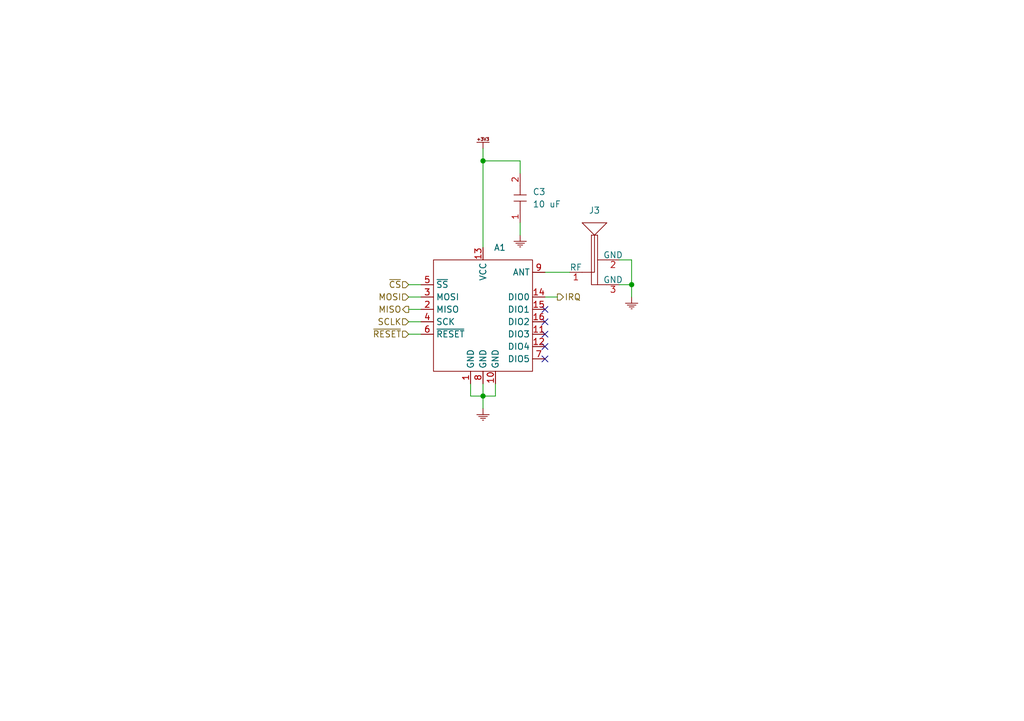
<source format=kicad_sch>
(kicad_sch (version 20230121) (generator eeschema)
  (paper "A5")
  (lib_symbols
    (symbol "zandmd:+3V3" (power) (pin_names (offset 0))
      (symbol "+3V3_0_1"
        (polyline (pts (xy -1.27 1.27) (xy 1.27 1.27)))
        (polyline (pts (xy 0 0) (xy 0 1.27)))
      )
      (symbol "+3V3_1_1"
        (text "+3V3" (at 0 1.905 0) (effects (font (size 0.635 0.635))))
        (pin power_in line (at 0 0 90) (length 0) hide (name "+3V3") (number "1"))
      )
    )
    (symbol "zandmd:2337019-1" (pin_names (offset 0))
      (property "Reference" "J" (at 0 0 0))
      (symbol "2337019-1_0_1"
        (polyline (pts (xy 7.62 0) (xy 5.715 0)))
        (polyline (pts (xy 7.62 5.08) (xy 5.715 5.08)))
        (polyline (pts (xy 2.54 2.54) (xy 5.08 2.54) (xy 5.08 10.16) (xy 2.54 12.7) (xy 7.62 12.7) (xy 5.08 10.16)))
        (rectangle (start 4.445 10.16) (end 5.715 0))
      )
      (symbol "2337019-1_1_1"
        (pin bidirectional line (at 0 2.54 0) (length 2.54) (name "RF") (number "1"))
        (pin passive line (at 10.16 5.08 180) (length 2.54) (name "GND") (number "2"))
        (pin passive line (at 10.16 0 180) (length 2.54) (name "GND") (number "3"))
      )
    )
    (symbol "zandmd:5684"
      (property "Reference" "A" (at 0 0 0))
      (symbol "5684_0_1"
        (rectangle (start 2.54 25.4) (end 22.86 2.54))
      )
      (symbol "5684_1_1"
        (pin passive line (at 10.16 0 90) (length 2.54) (name "GND") (number "1"))
        (pin passive line (at 15.24 0 90) (length 2.54) (name "GND") (number "10"))
        (pin bidirectional line (at 25.4 10.16 180) (length 2.54) (name "DIO3") (number "11"))
        (pin bidirectional line (at 25.4 7.62 180) (length 2.54) (name "DIO4") (number "12"))
        (pin power_in line (at 12.7 27.94 270) (length 2.54) (name "VCC") (number "13"))
        (pin bidirectional line (at 25.4 17.78 180) (length 2.54) (name "DIO0") (number "14"))
        (pin bidirectional line (at 25.4 15.24 180) (length 2.54) (name "DIO1") (number "15"))
        (pin bidirectional line (at 25.4 12.7 180) (length 2.54) (name "DIO2") (number "16"))
        (pin output line (at 0 15.24 0) (length 2.54) (name "MISO") (number "2"))
        (pin input line (at 0 17.78 0) (length 2.54) (name "MOSI") (number "3"))
        (pin input line (at 0 12.7 0) (length 2.54) (name "SCK") (number "4"))
        (pin input line (at 0 20.32 0) (length 2.54) (name "~{SS}") (number "5"))
        (pin input line (at 0 10.16 0) (length 2.54) (name "~{RESET}") (number "6"))
        (pin bidirectional line (at 25.4 5.08 180) (length 2.54) (name "DIO5") (number "7"))
        (pin passive line (at 12.7 0 90) (length 2.54) (name "GND") (number "8"))
        (pin bidirectional line (at 25.4 22.86 180) (length 2.54) (name "ANT") (number "9"))
      )
    )
    (symbol "zandmd:CAPACITOR" (pin_names (offset 0))
      (property "Reference" "C" (at 0 0 0))
      (property "Value" "C" (at 0 0 0))
      (symbol "CAPACITOR_0_1"
        (polyline (pts (xy 2.54 0) (xy 4.445 0)))
        (polyline (pts (xy 4.445 1.27) (xy 4.445 -1.27)))
        (polyline (pts (xy 5.715 1.27) (xy 5.715 -1.27)))
        (polyline (pts (xy 7.62 0) (xy 5.715 0)))
      )
      (symbol "CAPACITOR_1_1"
        (pin passive line (at 0 0 0) (length 2.54) (name "") (number "1"))
        (pin passive line (at 10.16 0 180) (length 2.54) (name "") (number "2"))
      )
    )
    (symbol "zandmd:GND" (power) (pin_names (offset 0))
      (symbol "GND_0_1"
        (polyline (pts (xy -1.27 -1.27) (xy 1.27 -1.27)))
        (polyline (pts (xy -0.889 -1.651) (xy 0.889 -1.651)))
        (polyline (pts (xy -0.508 -2.032) (xy 0.508 -2.032)))
        (polyline (pts (xy -0.127 -2.413) (xy 0.127 -2.413)))
        (polyline (pts (xy 0 0) (xy 0 -1.27)))
      )
      (symbol "GND_1_1"
        (pin power_in line (at 0 0 270) (length 0) hide (name "GND") (number "1"))
      )
    )
  )
  (junction (at 99.06 81.28))
  (junction (at 99.06 33.02))
  (junction (at 129.54 58.42))
  (no_connect (at 111.76 71.12))
  (no_connect (at 111.76 66.04))
  (no_connect (at 111.76 73.66))
  (no_connect (at 111.76 63.5))
  (no_connect (at 111.76 68.58))
  (wire (pts (xy 99.06 33.02) (xy 106.68 33.02)))
  (wire (pts (xy 96.52 81.28) (xy 99.06 81.28)))
  (wire (pts (xy 83.82 68.58) (xy 86.36 68.58)))
  (wire (pts (xy 99.06 33.02) (xy 99.06 50.8)))
  (wire (pts (xy 83.82 60.96) (xy 86.36 60.96)))
  (wire (pts (xy 83.82 63.5) (xy 86.36 63.5)))
  (wire (pts (xy 83.82 66.04) (xy 86.36 66.04)))
  (wire (pts (xy 127 58.42) (xy 129.54 58.42)))
  (wire (pts (xy 127 53.34) (xy 129.54 53.34)))
  (wire (pts (xy 99.06 81.28) (xy 101.6 81.28)))
  (wire (pts (xy 106.68 45.72) (xy 106.68 48.26)))
  (wire (pts (xy 106.68 35.56) (xy 106.68 33.02)))
  (wire (pts (xy 96.52 78.74) (xy 96.52 81.28)))
  (wire (pts (xy 99.06 30.48) (xy 99.06 33.02)))
  (wire (pts (xy 111.76 55.88) (xy 116.84 55.88)))
  (wire (pts (xy 111.76 60.96) (xy 114.3 60.96)))
  (wire (pts (xy 129.54 58.42) (xy 129.54 60.96)))
  (wire (pts (xy 99.06 81.28) (xy 99.06 83.82)))
  (wire (pts (xy 99.06 78.74) (xy 99.06 81.28)))
  (wire (pts (xy 83.82 58.42) (xy 86.36 58.42)))
  (wire (pts (xy 101.6 78.74) (xy 101.6 81.28)))
  (wire (pts (xy 129.54 53.34) (xy 129.54 58.42)))
  (hierarchical_label "IRQ" (shape output) (at 114.3 60.96 0))
  (hierarchical_label "SCLK" (shape input) (at 83.82 66.04 180))
  (hierarchical_label "~{RESET}" (shape input) (at 83.82 68.58 180))
  (hierarchical_label "~{CS}" (shape input) (at 83.82 58.42 180))
  (hierarchical_label "MOSI" (shape input) (at 83.82 60.96 180))
  (hierarchical_label "MISO" (shape output) (at 83.82 63.5 180))
  (symbol (lib_id "zandmd:+3V3") (at 99.06 30.48 0) (unit 1)
    (property "Reference" "#PWR033" (effects hide))
    (property "Value" "+3V3" (effects hide))
  )
  (symbol (lib_id "zandmd:GND") (at 99.06 83.82 0) (unit 1)
    (property "Reference" "#PWR032" (effects hide))
    (property "Value" "GND" (effects hide))
  )
  (symbol (lib_id "zandmd:GND") (at 106.68 48.26 0) (unit 1)
    (property "Reference" "#PWR034" (effects hide))
    (property "Value" "GND" (effects hide))
  )
  (symbol (lib_id "zandmd:2337019-1") (at 116.84 58.42 0) (unit 1)
    (property "Reference" "J3" (at 121.92 43.18 0))
    (property "Value" "2337019-1" (effects hide))
    (property "Footprint" "zandmd:2337019-1" (effects hide))
    (property "Datasheet" "https://www.te.com/commerce/DocumentDelivery/DDEController?Action=srchrtrv&DocNm=C-2337019&DocType=Customer+Drawing&DocLang=English" (effects hide))
    (property "Sim.Enable" "0" (effects hide))
  )
  (symbol (lib_id "zandmd:5684") (at 86.36 78.74 0) (unit 1)
    (property "Reference" "A1" (at 101.2541 50.8 0) (effects (justify left)))
    (property "Value" "5684" (effects hide))
    (property "Footprint" "zandmd:5684" (effects hide))
    (property "Datasheet" "https://cdn-shop.adafruit.com/product-files/5684/LoRa127X-C1+100mW+LoRa+Wireless+Transceiver+Module+V3.0.pdf" (effects hide))
    (property "Sim.Enable" "0" (effects hide))
  )
  (symbol (lib_id "zandmd:CAPACITOR") (at 106.68 45.72 90) (unit 1)
    (property "Reference" "C3" (at 109.22 39.37 90) (effects (justify right)))
    (property "Value" "10 uF" (at 109.22 41.91 90) (effects (justify right)))
    (property "Footprint" "zandmd:PASSIVE-NPOL-0805" (effects hide))
    (property "Sim.Device" "C" (effects hide))
    (property "Sim.Pins" "1=+ 2=-" (effects hide))
  )
  (symbol (lib_id "zandmd:GND") (at 129.54 60.96 0) (unit 1)
    (property "Reference" "#PWR035" (effects hide))
    (property "Value" "GND" (effects hide))
  )
)
</source>
